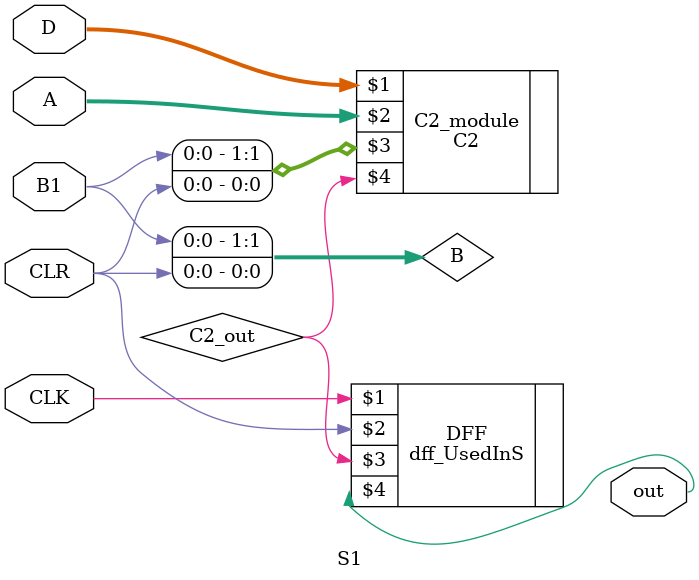
<source format=v>
module S1(D,A,B1,CLR,CLK,out);
input [3:0] D;
input [1:0] A;
input B1,CLR,CLK;
output out;
wire [1:0] B;
assign B = {B1,CLR};
wire C2_out;
C2 C2_module(D,A,B,C2_out);
dff_UsedInS DFF(CLK,CLR,C2_out,out);
endmodule
</source>
